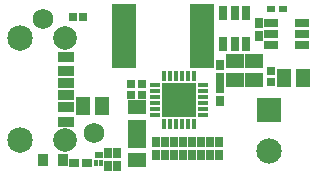
<source format=gts>
G04*
G04 #@! TF.GenerationSoftware,Altium Limited,Altium Designer,23.5.1 (21)*
G04*
G04 Layer_Color=8388736*
%FSLAX44Y44*%
%MOMM*%
G71*
G04*
G04 #@! TF.SameCoordinates,E7796D47-8282-4EC7-A355-9F660DFBD72A*
G04*
G04*
G04 #@! TF.FilePolarity,Negative*
G04*
G01*
G75*
%ADD33R,1.3500X0.9500*%
%ADD34R,1.3500X0.9100*%
%ADD35R,1.3500X0.8500*%
%ADD36R,0.7500X0.8500*%
%ADD37R,0.7000X1.2500*%
%ADD38R,1.2500X0.7000*%
%ADD39R,0.6600X0.4700*%
%ADD40R,3.0000X3.0000*%
%ADD41R,0.9000X0.4500*%
%ADD42R,0.4500X0.9000*%
%ADD43R,0.3700X0.5000*%
%ADD44R,0.7500X0.5000*%
%ADD45R,2.1500X5.4500*%
%ADD46R,1.6200X1.1700*%
%ADD47R,0.7900X0.8000*%
%ADD48R,0.8500X0.7500*%
%ADD49R,0.9500X1.1000*%
%ADD50R,1.1700X1.6200*%
%ADD51R,0.8000X0.7900*%
%ADD52C,1.7500*%
%ADD53C,2.1600*%
%ADD54C,2.0000*%
%ADD55R,2.1500X2.1500*%
%ADD56C,2.1500*%
D33*
X20612Y-32170D02*
D03*
Y-87170D02*
D03*
D34*
Y-44470D02*
D03*
Y-74870D02*
D03*
D35*
Y-64670D02*
D03*
Y-54670D02*
D03*
D36*
X104642Y-114940D02*
D03*
Y-103940D02*
D03*
X150583Y-49773D02*
D03*
X150583Y-38773D02*
D03*
X56302Y-124460D02*
D03*
X56302Y-113460D02*
D03*
X112262Y-114940D02*
D03*
X97022Y-114940D02*
D03*
X142742Y-114940D02*
D03*
X127502Y-114940D02*
D03*
X150583Y-69663D02*
D03*
Y-58663D02*
D03*
X183857Y-14213D02*
D03*
Y-3213D02*
D03*
X63922Y-113460D02*
D03*
X63922Y-124460D02*
D03*
X127502Y-103940D02*
D03*
X135122D02*
D03*
X135122Y-114940D02*
D03*
X142742Y-103940D02*
D03*
X150362D02*
D03*
X150362Y-114940D02*
D03*
X97022Y-103940D02*
D03*
X112262D02*
D03*
X119882D02*
D03*
X119882Y-114940D02*
D03*
D37*
X153783Y-20993D02*
D03*
X163283D02*
D03*
X172783D02*
D03*
Y5007D02*
D03*
X163283D02*
D03*
X153783D02*
D03*
D38*
X220073Y-22273D02*
D03*
Y-12773D02*
D03*
X220073Y-3273D02*
D03*
X194073D02*
D03*
X194073Y-12773D02*
D03*
Y-22273D02*
D03*
D39*
X194073Y8157D02*
D03*
X204073D02*
D03*
D40*
X116112Y-68700D02*
D03*
D41*
X96112Y-81200D02*
D03*
Y-76200D02*
D03*
Y-71200D02*
D03*
Y-66200D02*
D03*
Y-61200D02*
D03*
Y-56200D02*
D03*
X136112D02*
D03*
Y-61200D02*
D03*
Y-66200D02*
D03*
Y-71200D02*
D03*
Y-76200D02*
D03*
Y-81200D02*
D03*
D42*
X103612Y-48700D02*
D03*
X108612D02*
D03*
X113612D02*
D03*
X118612D02*
D03*
X123612D02*
D03*
X128612D02*
D03*
Y-88700D02*
D03*
X123612D02*
D03*
X118612D02*
D03*
X113612D02*
D03*
X108612D02*
D03*
X103612D02*
D03*
D43*
X46152Y-121920D02*
D03*
X49952D02*
D03*
D44*
X48052Y-115420D02*
D03*
D45*
X69343Y-14343D02*
D03*
X135343D02*
D03*
D46*
X80262Y-103730D02*
D03*
Y-119930D02*
D03*
X80262Y-91250D02*
D03*
Y-75050D02*
D03*
X163283Y-35933D02*
D03*
X179793D02*
D03*
Y-52133D02*
D03*
X163283Y-52133D02*
D03*
D47*
X75902Y-55150D02*
D03*
Y-64150D02*
D03*
X84792D02*
D03*
Y-55150D02*
D03*
X193645Y-44285D02*
D03*
Y-53285D02*
D03*
D48*
X38532Y-121920D02*
D03*
X27532D02*
D03*
D49*
X862Y-119380D02*
D03*
X17862Y-119380D02*
D03*
D50*
X205193Y-49903D02*
D03*
X221393Y-49903D02*
D03*
X35182Y-73630D02*
D03*
X51382D02*
D03*
D51*
X35052Y1270D02*
D03*
X26052D02*
D03*
D52*
X44062Y-96520D02*
D03*
X1270Y0D02*
D03*
D53*
X-18188Y-102870D02*
D03*
Y-16470D02*
D03*
D54*
X19812Y-102870D02*
D03*
Y-16470D02*
D03*
D55*
X192493Y-76853D02*
D03*
D56*
Y-111853D02*
D03*
M02*

</source>
